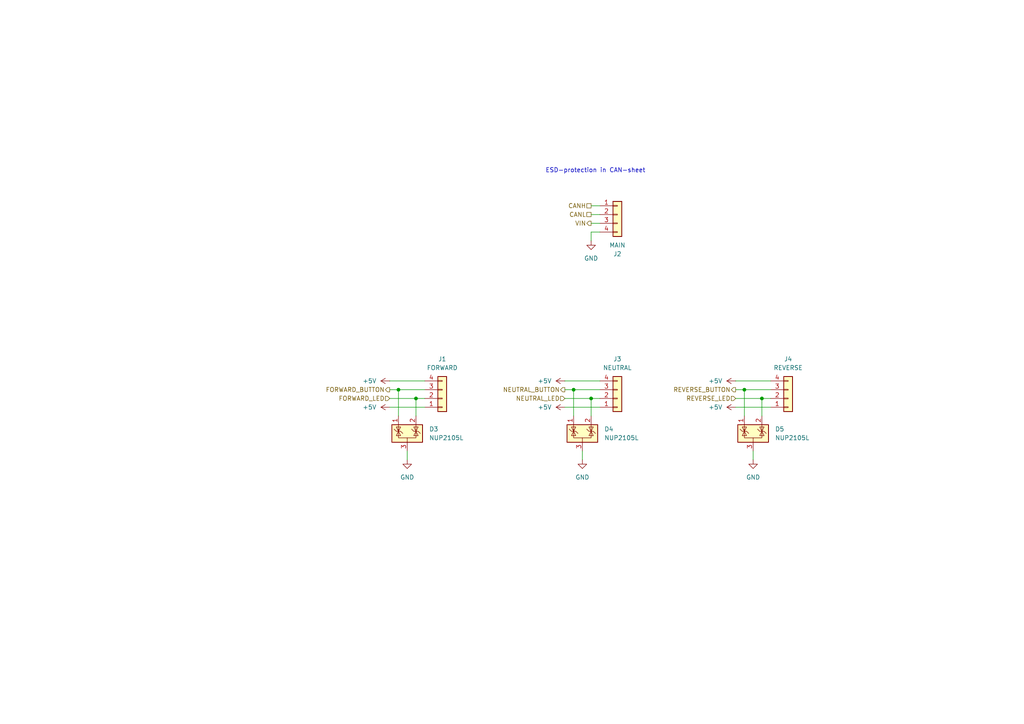
<source format=kicad_sch>
(kicad_sch (version 20231120) (generator "eeschema") (generator_version "8.0")
  (paper "A4")
  (lib_symbols
    (symbol "Connector_Generic:Conn_01x04" (pin_names (offset 1.016) hide)
      (property "Reference" "J" (at 0 5.08 0))
      (property "Value" "Conn_01x04" (at 0 -7.62 0))
      (symbol "Conn_01x04_1_1"
        (rectangle (start -1.27 -4.953) (end 0 -5.207) (stroke (width 0.1524)))
        (rectangle (start -1.27 -2.413) (end 0 -2.667) (stroke (width 0.1524)))
        (rectangle (start -1.27 0.127) (end 0 -0.127) (stroke (width 0.1524)))
        (rectangle (start -1.27 2.667) (end 0 2.413) (stroke (width 0.1524)))
        (rectangle (start -1.27 3.81) (end 1.27 -6.35) (stroke (width 0.254)) (fill (type background)))
        (pin passive line (at -5.08 2.54 0) (length 3.81) (name "Pin_1") (number "1"))
        (pin passive line (at -5.08 0 0) (length 3.81) (name "Pin_2") (number "2"))
        (pin passive line (at -5.08 -2.54 0) (length 3.81) (name "Pin_3") (number "3"))
        (pin passive line (at -5.08 -5.08 0) (length 3.81) (name "Pin_4") (number "4"))
      )
    )
    (symbol "Power_Protection:NUP2105L" (pin_names hide)
      (property "Reference" "D" (at 5.715 2.54 0))
      (property "Value" "NUP2105L" (at 5.715 0.635 0))
      (symbol "NUP2105L_0_0"
        (pin passive line (at 0 -5.08 90) (length 2.54) (name "A") (number "3"))
      )
      (symbol "NUP2105L_0_1"
        (rectangle (start -4.445 2.54) (end 4.445 -2.54) (stroke (width 0.254)) (fill (type background)))
        (polyline (pts (xy -2.54 2.54) (xy -2.54 0.635)))
        (polyline (pts (xy 0 -1.27) (xy 0 -2.54)))
        (polyline (pts (xy 2.54 2.54) (xy 2.54 0.635)))
        (polyline (pts (xy -3.81 1.27) (xy -3.175 0.635) (xy -1.905 0.635) (xy -1.27 0)))
        (polyline (pts (xy -2.54 0.635) (xy -2.54 -1.27) (xy 2.54 -1.27) (xy 2.54 0.635)))
        (polyline (pts (xy -2.54 0.635) (xy -1.905 -0.635) (xy -3.175 -0.635) (xy -2.54 0.635)))
        (polyline (pts (xy 2.54 0.635) (xy 1.905 -0.635) (xy 3.175 -0.635) (xy 2.54 0.635)))
        (polyline (pts (xy 2.54 0.635) (xy 3.175 1.905) (xy 1.905 1.905) (xy 2.54 0.635)))
        (polyline (pts (xy -2.54 0.635) (xy -3.175 1.905) (xy -1.905 1.905) (xy -2.54 0.635) (xy -2.54 1.27)))
        (polyline (pts (xy 1.27 1.27) (xy 1.905 0.635) (xy 2.54 0.635) (xy 3.175 0.635) (xy 3.81 0)))
      )
      (symbol "NUP2105L_1_1"
        (pin passive line (at -2.54 5.08 270) (length 2.54) (name "K") (number "1"))
        (pin passive line (at 2.54 5.08 270) (length 2.54) (name "K") (number "2"))
      )
    )
    (symbol "power:+5V" (power) (pin_numbers hide) (pin_names (offset 0) hide)
      (property "Value" "+5V" (at 0 3.556 0))
      (symbol "+5V_0_1"
        (polyline (pts (xy -0.762 1.27) (xy 0 2.54)))
        (polyline (pts (xy 0 0) (xy 0 2.54)))
        (polyline (pts (xy 0 2.54) (xy 0.762 1.27)))
      )
      (symbol "+5V_1_1"
        (pin power_in line (at 0 0 90) (length 0) (name "~") (number "1"))
      )
    )
    (symbol "power:GND" (power) (pin_numbers hide) (pin_names (offset 0) hide)
      (property "Value" "GND" (at 0 -3.81 0))
      (symbol "GND_0_1"
        (polyline (pts (xy 0 0) (xy 0 -1.27) (xy 1.27 -1.27) (xy 0 -2.54) (xy -1.27 -1.27) (xy 0 -1.27)))
      )
      (symbol "GND_1_1"
        (pin power_in line (at 0 0 270) (length 0) (name "~") (number "1"))
      )
    )
  )
  (junction (at 220.98 115.57))
  (junction (at 171.45 115.57))
  (junction (at 120.65 115.57))
  (junction (at 166.37 113.03))
  (junction (at 115.57 113.03))
  (junction (at 215.9 113.03))
  (wire (pts (xy 213.36 118.11) (xy 223.52 118.11)))
  (wire (pts (xy 213.36 113.03) (xy 215.9 113.03)))
  (wire (pts (xy 220.98 115.57) (xy 223.52 115.57)))
  (wire (pts (xy 113.03 118.11) (xy 123.19 118.11)))
  (wire (pts (xy 120.65 115.57) (xy 120.65 120.65)))
  (wire (pts (xy 113.03 115.57) (xy 120.65 115.57)))
  (wire (pts (xy 115.57 113.03) (xy 123.19 113.03)))
  (wire (pts (xy 171.45 59.69) (xy 173.99 59.69)))
  (wire (pts (xy 171.45 62.23) (xy 173.99 62.23)))
  (wire (pts (xy 120.65 115.57) (xy 123.19 115.57)))
  (wire (pts (xy 218.44 130.81) (xy 218.44 133.35)))
  (wire (pts (xy 113.03 113.03) (xy 115.57 113.03)))
  (wire (pts (xy 171.45 64.77) (xy 173.99 64.77)))
  (wire (pts (xy 166.37 113.03) (xy 173.99 113.03)))
  (wire (pts (xy 163.83 113.03) (xy 166.37 113.03)))
  (wire (pts (xy 118.11 130.81) (xy 118.11 133.35)))
  (wire (pts (xy 215.9 113.03) (xy 223.52 113.03)))
  (wire (pts (xy 163.83 115.57) (xy 171.45 115.57)))
  (wire (pts (xy 173.99 67.31) (xy 171.45 67.31)))
  (wire (pts (xy 163.83 110.49) (xy 173.99 110.49)))
  (wire (pts (xy 220.98 115.57) (xy 220.98 120.65)))
  (wire (pts (xy 168.91 130.81) (xy 168.91 133.35)))
  (wire (pts (xy 213.36 115.57) (xy 220.98 115.57)))
  (wire (pts (xy 215.9 113.03) (xy 215.9 120.65)))
  (wire (pts (xy 166.37 113.03) (xy 166.37 120.65)))
  (wire (pts (xy 213.36 110.49) (xy 223.52 110.49)))
  (wire (pts (xy 163.83 118.11) (xy 173.99 118.11)))
  (wire (pts (xy 113.03 110.49) (xy 123.19 110.49)))
  (wire (pts (xy 171.45 115.57) (xy 171.45 120.65)))
  (wire (pts (xy 171.45 67.31) (xy 171.45 69.85)))
  (wire (pts (xy 171.45 115.57) (xy 173.99 115.57)))
  (wire (pts (xy 115.57 113.03) (xy 115.57 120.65)))
  (text "ESD-protection in CAN-sheet" (at 172.72 49.53 0) (effects (font (size 1.27 1.27))))
  (hierarchical_label "VIN" (shape output) (at 171.45 64.77 180))
  (hierarchical_label "REVERSE_BUTTON" (shape output) (at 213.36 113.03 180))
  (hierarchical_label "NEUTRAL_BUTTON" (shape output) (at 163.83 113.03 180))
  (hierarchical_label "REVERSE_LED" (shape input) (at 213.36 115.57 180))
  (hierarchical_label "CANH" (shape passive) (at 171.45 59.69 180))
  (hierarchical_label "FORWARD_BUTTON" (shape output) (at 113.03 113.03 180))
  (hierarchical_label "FORWARD_LED" (shape input) (at 113.03 115.57 180))
  (hierarchical_label "NEUTRAL_LED" (shape input) (at 163.83 115.57 180))
  (hierarchical_label "CANL" (shape passive) (at 171.45 62.23 180))
  (symbol (lib_id "Connector_Generic:Conn_01x04") (at 128.27 115.57 0) (mirror x) (unit 1)
    (property "Reference" "J1" (at 128.27 104.14 0))
    (property "Value" "FORWARD" (at 128.27 106.68 0))
    (property "Footprint" "Connector_JST:JST_PH_B4B-PH-K_1x04_P2.00mm_Vertical" (effects (hide yes)))
    (property "Description" "Generic connector, single row, 01x04, script generated (kicad-library-utils/schlib/autogen/connector/)" (effects (hide yes)))
  )
  (symbol (lib_id "power:GND") (at 218.44 133.35 0) (unit 1)
    (property "Reference" "#PWR027" (effects (hide yes)))
    (property "Value" "GND" (at 218.44 138.43 0))
    (property "Description" "Power symbol creates a global label with name \"GND\" , ground" (effects (hide yes)))
  )
  (symbol (lib_id "power:+5V") (at 213.36 118.11 90) (unit 1)
    (property "Reference" "#PWR026" (effects (hide yes)))
    (property "Value" "+5V" (at 209.55 118.1099 90) (effects (justify left)))
    (property "Description" "Power symbol creates a global label with name \"+5V\"" (effects (hide yes)))
  )
  (symbol (lib_id "power:+5V") (at 163.83 110.49 90) (unit 1)
    (property "Reference" "#PWR078" (effects (hide yes)))
    (property "Value" "+5V" (at 160.02 110.4899 90) (effects (justify left)))
    (property "Description" "Power symbol creates a global label with name \"+5V\"" (effects (hide yes)))
  )
  (symbol (lib_id "Power_Protection:NUP2105L") (at 218.44 125.73 0) (unit 1)
    (property "Reference" "D5" (at 224.79 124.4599 0) (effects (justify left)))
    (property "Value" "NUP2105L" (at 224.79 126.9999 0) (effects (justify left)))
    (property "Footprint" "Package_TO_SOT_SMD:SOT-23" (effects (hide yes)))
    (property "Datasheet" "https://www.onsemi.com/pub_link/Collateral/NUP2105L-D.PDF" (effects (hide yes)))
    (property "Description" "Dual Line CAN Bus Protector, 24Vrwm" (effects (hide yes)))
  )
  (symbol (lib_id "power:+5V") (at 113.03 110.49 90) (unit 1)
    (property "Reference" "#PWR077" (effects (hide yes)))
    (property "Value" "+5V" (at 109.22 110.4899 90) (effects (justify left)))
    (property "Description" "Power symbol creates a global label with name \"+5V\"" (effects (hide yes)))
  )
  (symbol (lib_id "Connector_Generic:Conn_01x04") (at 179.07 115.57 0) (mirror x) (unit 1)
    (property "Reference" "J3" (at 179.07 104.14 0))
    (property "Value" "NEUTRAL" (at 179.07 106.68 0))
    (property "Footprint" "Connector_JST:JST_PH_B4B-PH-K_1x04_P2.00mm_Vertical" (effects (hide yes)))
    (property "Description" "Generic connector, single row, 01x04, script generated (kicad-library-utils/schlib/autogen/connector/)" (effects (hide yes)))
  )
  (symbol (lib_id "power:+5V") (at 163.83 118.11 90) (unit 1)
    (property "Reference" "#PWR023" (effects (hide yes)))
    (property "Value" "+5V" (at 160.02 118.1099 90) (effects (justify left)))
    (property "Description" "Power symbol creates a global label with name \"+5V\"" (effects (hide yes)))
  )
  (symbol (lib_id "Power_Protection:NUP2105L") (at 118.11 125.73 0) (unit 1)
    (property "Reference" "D3" (at 124.46 124.4599 0) (effects (justify left)))
    (property "Value" "NUP2105L" (at 124.46 126.9999 0) (effects (justify left)))
    (property "Footprint" "Package_TO_SOT_SMD:SOT-23" (effects (hide yes)))
    (property "Datasheet" "https://www.onsemi.com/pub_link/Collateral/NUP2105L-D.PDF" (effects (hide yes)))
    (property "Description" "Dual Line CAN Bus Protector, 24Vrwm" (effects (hide yes)))
  )
  (symbol (lib_id "power:+5V") (at 113.03 118.11 90) (unit 1)
    (property "Reference" "#PWR021" (effects (hide yes)))
    (property "Value" "+5V" (at 109.22 118.1099 90) (effects (justify left)))
    (property "Description" "Power symbol creates a global label with name \"+5V\"" (effects (hide yes)))
  )
  (symbol (lib_id "power:GND") (at 171.45 69.85 0) (unit 1)
    (property "Reference" "#PWR025" (effects (hide yes)))
    (property "Value" "GND" (at 171.45 74.93 0))
    (property "Description" "Power symbol creates a global label with name \"GND\" , ground" (effects (hide yes)))
  )
  (symbol (lib_id "Connector_Generic:Conn_01x04") (at 179.07 62.23 0) (unit 1)
    (property "Reference" "J2" (at 179.07 73.66 0))
    (property "Value" "MAIN" (at 179.07 71.12 0))
    (property "Footprint" "Connector_JST:JST_PH_B4B-PH-K_1x04_P2.00mm_Vertical" (effects (hide yes)))
    (property "Description" "Generic connector, single row, 01x04, script generated (kicad-library-utils/schlib/autogen/connector/)" (effects (hide yes)))
  )
  (symbol (lib_id "power:GND") (at 168.91 133.35 0) (unit 1)
    (property "Reference" "#PWR024" (effects (hide yes)))
    (property "Value" "GND" (at 168.91 138.43 0))
    (property "Description" "Power symbol creates a global label with name \"GND\" , ground" (effects (hide yes)))
  )
  (symbol (lib_id "power:GND") (at 118.11 133.35 0) (unit 1)
    (property "Reference" "#PWR022" (effects (hide yes)))
    (property "Value" "GND" (at 118.11 138.43 0))
    (property "Description" "Power symbol creates a global label with name \"GND\" , ground" (effects (hide yes)))
  )
  (symbol (lib_id "power:+5V") (at 213.36 110.49 90) (unit 1)
    (property "Reference" "#PWR079" (effects (hide yes)))
    (property "Value" "+5V" (at 209.55 110.4899 90) (effects (justify left)))
    (property "Description" "Power symbol creates a global label with name \"+5V\"" (effects (hide yes)))
  )
  (symbol (lib_id "Connector_Generic:Conn_01x04") (at 228.6 115.57 0) (mirror x) (unit 1)
    (property "Reference" "J4" (at 228.6 104.14 0))
    (property "Value" "REVERSE" (at 228.6 106.68 0))
    (property "Footprint" "Connector_JST:JST_PH_B4B-PH-K_1x04_P2.00mm_Vertical" (effects (hide yes)))
    (property "Description" "Generic connector, single row, 01x04, script generated (kicad-library-utils/schlib/autogen/connector/)" (effects (hide yes)))
  )
  (symbol (lib_id "Power_Protection:NUP2105L") (at 168.91 125.73 0) (unit 1)
    (property "Reference" "D4" (at 175.26 124.4599 0) (effects (justify left)))
    (property "Value" "NUP2105L" (at 175.26 126.9999 0) (effects (justify left)))
    (property "Footprint" "Package_TO_SOT_SMD:SOT-23" (effects (hide yes)))
    (property "Datasheet" "https://www.onsemi.com/pub_link/Collateral/NUP2105L-D.PDF" (effects (hide yes)))
    (property "Description" "Dual Line CAN Bus Protector, 24Vrwm" (effects (hide yes)))
  )
)
</source>
